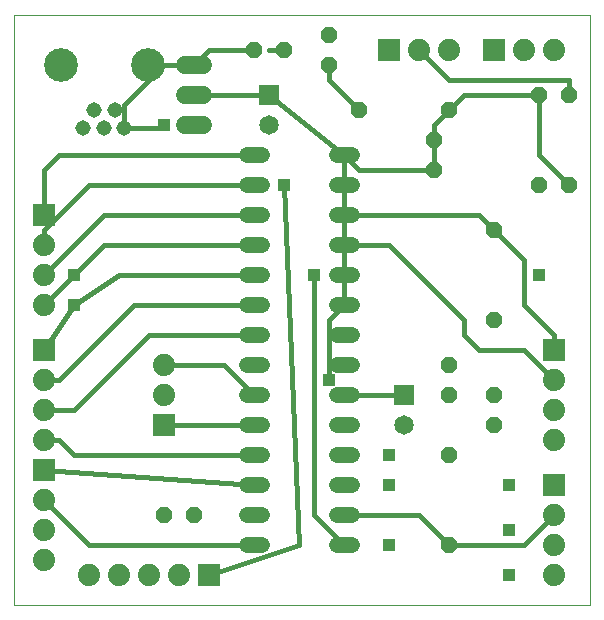
<source format=gtl>
G75*
G70*
%OFA0B0*%
%FSLAX24Y24*%
%IPPOS*%
%LPD*%
%AMOC8*
5,1,8,0,0,1.08239X$1,22.5*
%
%ADD10C,0.0000*%
%ADD11C,0.0520*%
%ADD12R,0.0740X0.0740*%
%ADD13C,0.0740*%
%ADD14OC8,0.0520*%
%ADD15R,0.0650X0.0650*%
%ADD16C,0.0650*%
%ADD17C,0.0600*%
%ADD18C,0.0515*%
%ADD19C,0.1122*%
%ADD20C,0.0160*%
%ADD21R,0.0396X0.0396*%
D10*
X000312Y000252D02*
X000312Y019937D01*
X019497Y019937D01*
X019497Y000252D01*
X000312Y000252D01*
D11*
X008052Y002252D02*
X008572Y002252D01*
X008572Y003252D02*
X008052Y003252D01*
X008052Y004252D02*
X008572Y004252D01*
X008572Y005252D02*
X008052Y005252D01*
X008052Y006252D02*
X008572Y006252D01*
X008572Y007252D02*
X008052Y007252D01*
X008052Y008252D02*
X008572Y008252D01*
X008572Y009252D02*
X008052Y009252D01*
X008052Y010252D02*
X008572Y010252D01*
X008572Y011252D02*
X008052Y011252D01*
X008052Y012252D02*
X008572Y012252D01*
X008572Y013252D02*
X008052Y013252D01*
X008052Y014252D02*
X008572Y014252D01*
X008572Y015252D02*
X008052Y015252D01*
X011052Y015252D02*
X011572Y015252D01*
X011572Y014252D02*
X011052Y014252D01*
X011052Y013252D02*
X011572Y013252D01*
X011572Y012252D02*
X011052Y012252D01*
X011052Y011252D02*
X011572Y011252D01*
X011572Y010252D02*
X011052Y010252D01*
X011052Y009252D02*
X011572Y009252D01*
X011572Y008252D02*
X011052Y008252D01*
X011052Y007252D02*
X011572Y007252D01*
X011572Y006252D02*
X011052Y006252D01*
X011052Y005252D02*
X011572Y005252D01*
X011572Y004252D02*
X011052Y004252D01*
X011052Y003252D02*
X011572Y003252D01*
X011572Y002252D02*
X011052Y002252D01*
D12*
X006812Y001252D03*
X005312Y006252D03*
X001312Y004752D03*
X001312Y008752D03*
X001312Y013252D03*
X012812Y018752D03*
X016312Y018752D03*
X018312Y008752D03*
X018312Y004252D03*
D13*
X018312Y003252D03*
X018312Y002252D03*
X018312Y001252D03*
X018312Y005752D03*
X018312Y006752D03*
X018312Y007752D03*
X018312Y018752D03*
X017312Y018752D03*
X014812Y018752D03*
X013812Y018752D03*
X005312Y008252D03*
X005312Y007252D03*
X001312Y006752D03*
X001312Y007752D03*
X001312Y005752D03*
X001312Y003752D03*
X001312Y002752D03*
X001312Y001752D03*
X002812Y001252D03*
X003812Y001252D03*
X004812Y001252D03*
X005812Y001252D03*
X001312Y010252D03*
X001312Y011252D03*
X001312Y012252D03*
D14*
X008312Y018752D03*
X009312Y018752D03*
X010812Y018252D03*
X010812Y019252D03*
X011812Y016752D03*
X014312Y015752D03*
X014812Y016752D03*
X014312Y014752D03*
X016312Y012752D03*
X017812Y014252D03*
X018812Y014252D03*
X018812Y017252D03*
X017812Y017252D03*
X016312Y009752D03*
X014812Y008252D03*
X014812Y007252D03*
X016312Y007252D03*
X016312Y006252D03*
X014812Y005252D03*
X014812Y002252D03*
X006312Y003252D03*
X005312Y003252D03*
D15*
X013312Y007252D03*
X008812Y017252D03*
D16*
X008812Y016252D03*
X013312Y006252D03*
D17*
X006612Y016252D02*
X006012Y016252D01*
X006012Y017252D02*
X006612Y017252D01*
X006612Y018252D02*
X006012Y018252D01*
D18*
X003982Y016152D03*
X003312Y016152D03*
X002612Y016152D03*
X002982Y016772D03*
X003672Y016772D03*
D19*
X004749Y018252D03*
X001875Y018252D03*
D20*
X003982Y016922D02*
X003982Y016152D01*
X005212Y016152D01*
X005312Y016252D01*
X006312Y017252D02*
X008812Y017252D01*
X011312Y015252D01*
X011812Y014752D01*
X014312Y014752D01*
X014312Y016252D01*
X014812Y016752D01*
X015312Y017252D01*
X017812Y017252D01*
X017812Y015252D01*
X018812Y014252D01*
X016312Y012752D02*
X017312Y011752D01*
X017312Y010252D01*
X018312Y009252D01*
X018312Y008752D01*
X017312Y008752D02*
X018312Y007752D01*
X017312Y008752D02*
X015812Y008752D01*
X015312Y009252D01*
X015312Y009752D01*
X012812Y012252D01*
X011312Y012252D01*
X011312Y013252D02*
X015812Y013252D01*
X016312Y012752D01*
X018812Y017252D02*
X018812Y017752D01*
X014812Y017752D01*
X013812Y018752D01*
X011812Y016752D02*
X010812Y017752D01*
X010812Y018252D01*
X009312Y018752D02*
X008812Y018752D01*
X008312Y018752D02*
X006812Y018752D01*
X006312Y018252D01*
X005312Y018252D01*
X003982Y016922D01*
X001812Y015252D02*
X008312Y015252D01*
X008312Y014252D02*
X002812Y014252D01*
X001312Y012752D01*
X001312Y012252D01*
X001312Y011252D02*
X003312Y013252D01*
X008312Y013252D01*
X008312Y012252D02*
X003312Y012252D01*
X002312Y011252D01*
X001312Y010252D01*
X002312Y010252D02*
X003812Y011252D01*
X008312Y011252D01*
X008312Y010252D02*
X004312Y010252D01*
X001812Y007752D01*
X001312Y007752D01*
X001312Y006752D02*
X002312Y006752D01*
X004812Y009252D01*
X008312Y009252D01*
X007312Y008252D02*
X008312Y007252D01*
X008312Y006252D02*
X005312Y006252D01*
X005312Y008252D02*
X007312Y008252D01*
X008312Y005252D02*
X002312Y005252D01*
X001812Y005752D01*
X001312Y005752D01*
X001312Y004752D02*
X008312Y004252D01*
X008312Y002252D02*
X002812Y002252D01*
X001312Y003752D01*
X001312Y008752D02*
X002312Y010252D01*
X001312Y013252D02*
X001312Y014752D01*
X001812Y015252D01*
X009312Y014252D02*
X009812Y002252D01*
X006812Y001252D01*
X010312Y003252D02*
X011312Y002252D01*
X011312Y003252D02*
X013812Y003252D01*
X014812Y002252D01*
X017312Y002252D01*
X018312Y003252D01*
X013312Y007252D02*
X011312Y007252D01*
X010812Y007752D02*
X010812Y009752D01*
X011312Y010252D01*
X011312Y015252D01*
X010312Y011252D02*
X010312Y003252D01*
D21*
X012812Y004252D03*
X012812Y005252D03*
X010812Y007752D03*
X010312Y011252D03*
X009312Y014252D03*
X009312Y014252D03*
X005312Y016252D03*
X005312Y016252D03*
X002312Y011252D03*
X002312Y010252D03*
X012812Y002252D03*
X016812Y002752D03*
X016812Y004252D03*
X016812Y001252D03*
X017812Y011252D03*
M02*

</source>
